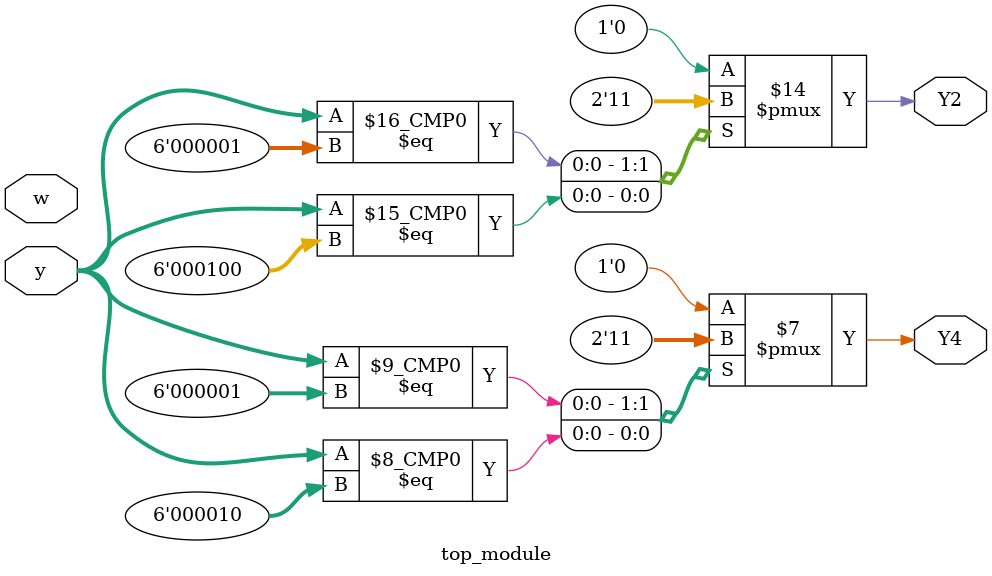
<source format=sv>
module top_module (
    input [6:1] y,
    input w,
    output reg Y2,
    output reg Y4
);

    always @(*) begin
        case(y)
            7'b000001: begin
                Y2 = 1'b1;
                Y4 = 1'b1;
            end
            7'b000010: begin
                Y2 = 1'b0;
                Y4 = 1'b1;
            end
            7'b000100: begin
                Y2 = 1'b1;
                Y4 = 1'b0;
            end
            7'b001000: begin
                Y2 = 1'b0;
                Y4 = 1'b0;
            end
            7'b010000: begin
                Y2 = 1'b0;
                Y4 = 1'b0;
            end
            7'b100000: begin
                Y2 = 1'b0;
                Y4 = 1'b0;
            end
            default: begin
                Y2 = 1'b0;
                Y4 = 1'b0;
            end
        endcase
    end
    
endmodule

</source>
